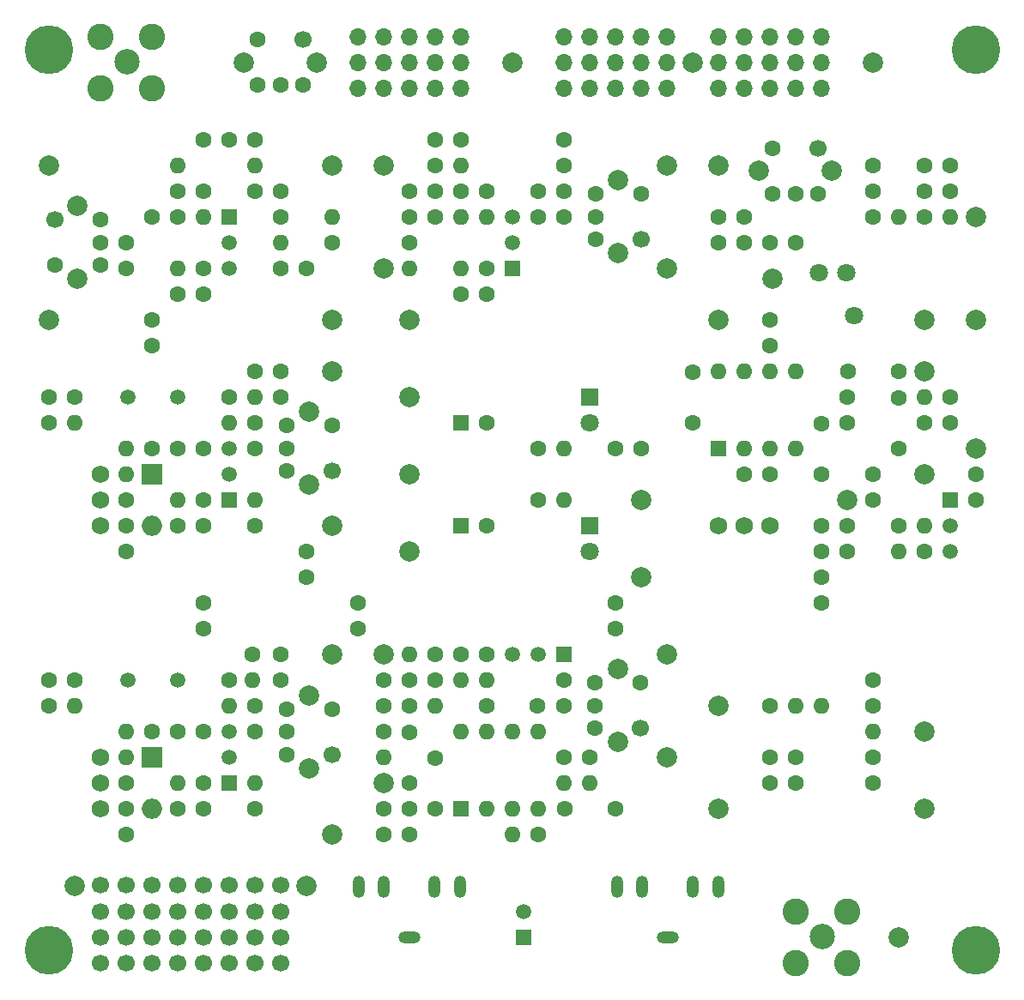
<source format=gbr>
%TF.GenerationSoftware,KiCad,Pcbnew,7.0.2-0*%
%TF.CreationDate,2024-06-16T14:46:38+09:00*%
%TF.ProjectId,am-pcb1,616d2d70-6362-4312-9e6b-696361645f70,rev?*%
%TF.SameCoordinates,Original*%
%TF.FileFunction,Soldermask,Bot*%
%TF.FilePolarity,Negative*%
%FSLAX46Y46*%
G04 Gerber Fmt 4.6, Leading zero omitted, Abs format (unit mm)*
G04 Created by KiCad (PCBNEW 7.0.2-0) date 2024-06-16 14:46:38*
%MOMM*%
%LPD*%
G01*
G04 APERTURE LIST*
%ADD10C,4.800000*%
%ADD11C,1.600000*%
%ADD12O,1.600000X1.600000*%
%ADD13C,2.000000*%
%ADD14R,1.500000X1.500000*%
%ADD15C,1.500000*%
%ADD16C,1.700000*%
%ADD17R,1.600000X1.600000*%
%ADD18R,1.800000X1.800000*%
%ADD19C,1.800000*%
%ADD20O,1.700000X1.700000*%
%ADD21C,2.600000*%
%ADD22C,2.500000*%
%ADD23R,2.000000X2.000000*%
%ADD24O,2.000000X2.000000*%
%ADD25C,1.750000*%
%ADD26O,2.200000X1.200000*%
%ADD27O,1.200000X2.200000*%
G04 APERTURE END LIST*
D10*
%TO.C,Z3*%
X180340000Y-133350000D03*
%TD*%
D11*
%TO.C,R24*%
X193040000Y-91440000D03*
D12*
X193040000Y-88900000D03*
%TD*%
D13*
%TO.C,TP64*%
X213360000Y-104140000D03*
%TD*%
%TO.C,TP8*%
X208280000Y-121920000D03*
%TD*%
D11*
%TO.C,C8*%
X210820000Y-101600000D03*
X210820000Y-99060000D03*
%TD*%
%TO.C,C54*%
X264160000Y-78820000D03*
X264160000Y-83820000D03*
%TD*%
D13*
%TO.C,TP91*%
X208280000Y-71120000D03*
%TD*%
D11*
%TO.C,C75*%
X218440000Y-114380000D03*
X218440000Y-119380000D03*
%TD*%
%TO.C,L71*%
X233680000Y-114300000D03*
D12*
X233680000Y-116840000D03*
%TD*%
D11*
%TO.C,L61*%
X190500000Y-111760000D03*
D12*
X187960000Y-111760000D03*
%TD*%
D11*
%TO.C,R76*%
X228600000Y-121920000D03*
D12*
X226060000Y-121920000D03*
%TD*%
D14*
%TO.C,Q61*%
X198120000Y-116840000D03*
D15*
X198120000Y-114300000D03*
X198120000Y-111760000D03*
%TD*%
D11*
%TO.C,C16*%
X195580000Y-66040000D03*
X195580000Y-68580000D03*
%TD*%
D16*
%TO.C,J85*%
X185420000Y-134620000D03*
X187960000Y-134620000D03*
X190500000Y-134620000D03*
X193040000Y-134620000D03*
X195580000Y-134620000D03*
X198120000Y-134620000D03*
X200660000Y-134620000D03*
X203200000Y-134620000D03*
X185420000Y-132080000D03*
X187960000Y-132080000D03*
X190500000Y-132080000D03*
X193040000Y-132080000D03*
X195580000Y-132080000D03*
X198120000Y-132080000D03*
X200660000Y-132080000D03*
X203200000Y-132080000D03*
X185420000Y-129540000D03*
X187960000Y-129540000D03*
X190540000Y-129540000D03*
X193040000Y-129540000D03*
X195580000Y-129540000D03*
X198120000Y-129540000D03*
X200660000Y-129540000D03*
X203200000Y-129540000D03*
X185420000Y-126960000D03*
X187960000Y-126960000D03*
X190540000Y-126960000D03*
X193040000Y-126960000D03*
X195580000Y-126960000D03*
X198120000Y-126960000D03*
X200660000Y-126960000D03*
X203200000Y-126960000D03*
%TD*%
D17*
%TO.C,U71*%
X220980000Y-119380000D03*
D12*
X223520000Y-119380000D03*
X226060000Y-119380000D03*
X228600000Y-119380000D03*
X228600000Y-111760000D03*
X226060000Y-111760000D03*
X223520000Y-111760000D03*
X220980000Y-111760000D03*
%TD*%
D18*
%TO.C,D82*%
X233680000Y-91440000D03*
D19*
X233680000Y-93980000D03*
%TD*%
D13*
%TO.C,TP86*%
X182880000Y-127000000D03*
%TD*%
D11*
%TO.C,T1*%
X200950000Y-47970000D03*
X203200000Y-47970000D03*
X205450000Y-47970000D03*
D16*
X205450000Y-43470000D03*
D11*
X200950000Y-43470000D03*
D13*
X199600000Y-45720000D03*
X206800000Y-45720000D03*
%TD*%
%TO.C,TP24*%
X215900000Y-71120000D03*
%TD*%
D11*
%TO.C,R33*%
X223520000Y-58420000D03*
D12*
X223520000Y-60960000D03*
%TD*%
D20*
%TO.C,J83*%
X246380000Y-48260000D03*
X248920000Y-48260000D03*
X251460000Y-48260000D03*
X254000000Y-48260000D03*
X256540000Y-48260000D03*
X246380000Y-45720000D03*
X248920000Y-45720000D03*
X251460000Y-45720000D03*
X254000000Y-45720000D03*
X256540000Y-45720000D03*
X246380000Y-43180000D03*
X248920000Y-43180000D03*
X251460000Y-43180000D03*
X254000000Y-43180000D03*
X256540000Y-43180000D03*
%TD*%
D11*
%TO.C,C74*%
X223520000Y-109220000D03*
X228520000Y-109220000D03*
%TD*%
%TO.C,C21*%
X180340000Y-78740000D03*
X180340000Y-81280000D03*
%TD*%
%TO.C,C34*%
X228600000Y-58420000D03*
X228600000Y-60960000D03*
%TD*%
D13*
%TO.C,TP85*%
X226060000Y-45720000D03*
%TD*%
D11*
%TO.C,R12*%
X208280000Y-63500000D03*
D12*
X208280000Y-60960000D03*
%TD*%
D11*
%TO.C,C55*%
X271790000Y-86350000D03*
X271790000Y-88890000D03*
%TD*%
%TO.C,C61*%
X243850000Y-81270000D03*
X243850000Y-76270000D03*
%TD*%
%TO.C,C23*%
X200660000Y-81280000D03*
X200660000Y-83820000D03*
%TD*%
%TO.C,R71*%
X223520000Y-104140000D03*
D12*
X223520000Y-106680000D03*
%TD*%
D11*
%TO.C,R62*%
X215900000Y-106680000D03*
D12*
X215900000Y-104140000D03*
%TD*%
D11*
%TO.C,R11*%
X200660000Y-53340000D03*
D12*
X200660000Y-55880000D03*
%TD*%
D11*
%TO.C,R75*%
X213360000Y-111760000D03*
D12*
X213360000Y-114300000D03*
%TD*%
D13*
%TO.C,TP73*%
X241301000Y-104140000D03*
%TD*%
D10*
%TO.C,Z1*%
X271780000Y-44450000D03*
%TD*%
D11*
%TO.C,C33*%
X231140000Y-58420000D03*
X231140000Y-60960000D03*
%TD*%
%TO.C,R64*%
X193040000Y-119380000D03*
D12*
X193040000Y-116840000D03*
%TD*%
D13*
%TO.C,TP96*%
X213360000Y-66040000D03*
%TD*%
D11*
%TO.C,C66*%
X195580000Y-116840000D03*
X195580000Y-119380000D03*
%TD*%
%TO.C,R68*%
X200660000Y-119380000D03*
D12*
X200660000Y-116840000D03*
%TD*%
D11*
%TO.C,C52*%
X261620000Y-88890000D03*
X261620000Y-86350000D03*
%TD*%
D14*
%TO.C,Q11*%
X198120000Y-60960000D03*
D15*
X198120000Y-63500000D03*
X198120000Y-66040000D03*
%TD*%
D11*
%TO.C,C71*%
X213360000Y-106680000D03*
X213360000Y-109220000D03*
%TD*%
D13*
%TO.C,TP1*%
X215900000Y-78740000D03*
%TD*%
D11*
%TO.C,C44*%
X269240000Y-58420000D03*
X269240000Y-55880000D03*
%TD*%
%TO.C,C60*%
X248930000Y-86350000D03*
X251470000Y-86350000D03*
%TD*%
%TO.C,C22*%
X203200000Y-76200000D03*
X203200000Y-78740000D03*
%TD*%
D14*
%TO.C,U1*%
X227140000Y-132080000D03*
D15*
X227140000Y-129540000D03*
%TD*%
D11*
%TO.C,R21*%
X200660000Y-76200000D03*
D12*
X200660000Y-78740000D03*
%TD*%
D11*
%TO.C,C72*%
X231140000Y-106680000D03*
X231140000Y-109220000D03*
%TD*%
D12*
%TO.C,R53*%
X266700000Y-78740000D03*
D11*
X269240000Y-78740000D03*
%TD*%
%TO.C,C59*%
X259170000Y-76190000D03*
X264170000Y-76190000D03*
%TD*%
%TO.C,*%
X261620000Y-106680000D03*
%TD*%
D21*
%TO.C,J3*%
X254000000Y-129540000D03*
X254000000Y-134620000D03*
X259080000Y-129540000D03*
X259080000Y-134620000D03*
D22*
X256640000Y-132005000D03*
%TD*%
D11*
%TO.C,R22*%
X215900000Y-63500000D03*
D12*
X215900000Y-66040000D03*
%TD*%
D13*
%TO.C,TP87*%
X243840000Y-45720000D03*
%TD*%
D23*
%TO.C,D21*%
X190500000Y-86360000D03*
D24*
X190500000Y-91440000D03*
%TD*%
D13*
%TO.C,TP5*%
X266710000Y-76190000D03*
%TD*%
D15*
%TO.C,X61*%
X188160000Y-106680000D03*
X193040000Y-106680000D03*
%TD*%
D13*
%TO.C,TP6*%
X266700000Y-86360000D03*
%TD*%
%TO.C,TP99*%
X246380000Y-119380000D03*
%TD*%
%TO.C,TP44*%
X271790000Y-83810000D03*
%TD*%
D11*
%TO.C,C82*%
X254000000Y-114300000D03*
X254000000Y-116840000D03*
%TD*%
%TO.C,R52*%
X264170000Y-91430000D03*
D12*
X264170000Y-93970000D03*
%TD*%
D15*
%TO.C,X21*%
X188160000Y-78740000D03*
X193040000Y-78740000D03*
%TD*%
D11*
%TO.C,R74*%
X215900000Y-109220000D03*
D12*
X218440000Y-109220000D03*
%TD*%
D13*
%TO.C,TP23*%
X208280000Y-76200000D03*
%TD*%
D11*
%TO.C,L11*%
X203200000Y-60960000D03*
D12*
X203200000Y-63500000D03*
%TD*%
D11*
%TO.C,T21*%
X203780000Y-81570000D03*
X203780000Y-83820000D03*
X203780000Y-86070000D03*
D16*
X208280000Y-86070000D03*
D11*
X208280000Y-81570000D03*
D13*
X206030000Y-80220000D03*
X206030000Y-87420000D03*
%TD*%
D11*
%TO.C,C41*%
X246380000Y-60960000D03*
X248920000Y-60960000D03*
%TD*%
%TO.C,C64*%
X200660000Y-109220000D03*
X200660000Y-111760000D03*
%TD*%
D13*
%TO.C,TP53*%
X238760000Y-88900000D03*
%TD*%
D11*
%TO.C,C7*%
X195580000Y-101600000D03*
X195580000Y-99060000D03*
%TD*%
%TO.C,C37*%
X223520000Y-66040000D03*
X223520000Y-68580000D03*
%TD*%
%TO.C,C83*%
X261620000Y-114300000D03*
X261620000Y-116840000D03*
%TD*%
D14*
%TO.C,Q21*%
X198120000Y-88900000D03*
D15*
X198120000Y-86360000D03*
X198120000Y-83820000D03*
%TD*%
D19*
%TO.C,U81*%
X256278400Y-66471800D03*
X258978400Y-66471800D03*
X259778400Y-70671800D03*
%TD*%
D13*
%TO.C,TP92*%
X241300000Y-66040000D03*
%TD*%
%TO.C,TP84*%
X266700000Y-71120000D03*
%TD*%
D11*
%TO.C,C2*%
X190500000Y-73660000D03*
X190500000Y-71120000D03*
%TD*%
%TO.C,C9*%
X236220000Y-101600000D03*
X236220000Y-99060000D03*
%TD*%
%TO.C,C65*%
X193040000Y-111760000D03*
X195580000Y-111760000D03*
%TD*%
D13*
%TO.C,TP3*%
X180340000Y-55880000D03*
%TD*%
D11*
%TO.C,R32*%
X220980000Y-58420000D03*
D12*
X220980000Y-60960000D03*
%TD*%
%TO.C,*%
X256540000Y-109220000D03*
%TD*%
D11*
%TO.C,C13*%
X205740000Y-66040000D03*
X203200000Y-66040000D03*
%TD*%
%TO.C,C73*%
X231220000Y-119380000D03*
X236220000Y-119380000D03*
%TD*%
%TO.C,R65*%
X182880000Y-106680000D03*
D12*
X182880000Y-109220000D03*
%TD*%
D11*
%TO.C,R54*%
X266710000Y-93970000D03*
D12*
X266710000Y-91430000D03*
%TD*%
D18*
%TO.C,D81*%
X233680000Y-78740000D03*
D19*
X233680000Y-81280000D03*
%TD*%
D11*
%TO.C,C36*%
X215900000Y-60960000D03*
X218440000Y-60960000D03*
%TD*%
%TO.C,R14*%
X193040000Y-68580000D03*
D12*
X193040000Y-66040000D03*
%TD*%
D11*
%TO.C,R27*%
X187960000Y-88900000D03*
D12*
X187960000Y-86360000D03*
%TD*%
D25*
%TO.C,R55*%
X251470000Y-91430000D03*
X248930000Y-91430000D03*
X246390000Y-91430000D03*
%TD*%
D13*
%TO.C,TP54*%
X259080000Y-88900000D03*
%TD*%
D14*
%TO.C,Q31*%
X226060000Y-66040000D03*
D15*
X226060000Y-63500000D03*
X226060000Y-60960000D03*
%TD*%
D13*
%TO.C,TP83*%
X251735000Y-67085000D03*
%TD*%
D21*
%TO.C,J4*%
X185420000Y-43180000D03*
X185420000Y-48260000D03*
X190500000Y-43180000D03*
X190500000Y-48260000D03*
D22*
X188060000Y-45645000D03*
%TD*%
D11*
%TO.C,C76*%
X213360000Y-119380000D03*
X215900000Y-119380000D03*
%TD*%
D13*
%TO.C,TP11*%
X215900000Y-93980000D03*
%TD*%
D11*
%TO.C,R13*%
X193040000Y-58420000D03*
D12*
X193040000Y-55880000D03*
%TD*%
D17*
%TO.C,C1*%
X220980000Y-81280000D03*
D11*
X223520000Y-81280000D03*
%TD*%
%TO.C,R34*%
X220980000Y-68580000D03*
D12*
X220980000Y-66040000D03*
%TD*%
D11*
%TO.C,C84*%
X236220000Y-83820000D03*
X238760000Y-83820000D03*
%TD*%
%TO.C,C43*%
X266700000Y-58420000D03*
X266700000Y-55880000D03*
%TD*%
%TO.C,C12*%
X200660000Y-58420000D03*
X203200000Y-58420000D03*
%TD*%
D23*
%TO.C,D61*%
X190500000Y-114300000D03*
D24*
X190500000Y-119380000D03*
%TD*%
D14*
%TO.C,IC51*%
X269250000Y-88890000D03*
D15*
X269250000Y-91430000D03*
X269250000Y-93970000D03*
%TD*%
D11*
%TO.C,C51*%
X269240000Y-81280000D03*
X266700000Y-81280000D03*
%TD*%
%TO.C,R81*%
X228600000Y-83820000D03*
D12*
X231140000Y-83820000D03*
%TD*%
D11*
%TO.C,R73*%
X231140000Y-114300000D03*
D12*
X231140000Y-116840000D03*
%TD*%
D11*
%TO.C,L21*%
X190500000Y-83820000D03*
D12*
X187960000Y-83820000D03*
%TD*%
D11*
%TO.C,C4*%
X205740000Y-96520000D03*
X205740000Y-93980000D03*
%TD*%
%TO.C,C3*%
X256550000Y-96510000D03*
X256550000Y-99050000D03*
%TD*%
D13*
%TO.C,TP63*%
X208280000Y-104140000D03*
%TD*%
D11*
%TO.C,R61*%
X200460000Y-104140000D03*
D12*
X200460000Y-106680000D03*
%TD*%
D20*
%TO.C,J82*%
X210820000Y-48260000D03*
X213360000Y-48260000D03*
X215900000Y-48260000D03*
X218440000Y-48260000D03*
X220980000Y-48260000D03*
X210820000Y-45720000D03*
X213360000Y-45720000D03*
X215900000Y-45720000D03*
X218440000Y-45720000D03*
X220980000Y-45720000D03*
X210820000Y-43180000D03*
X213360000Y-43180000D03*
X215900000Y-43180000D03*
X218440000Y-43180000D03*
X220980000Y-43180000D03*
%TD*%
D13*
%TO.C,TP7*%
X213360000Y-116840000D03*
%TD*%
D17*
%TO.C,C6*%
X220980000Y-91440000D03*
D11*
X223520000Y-91440000D03*
%TD*%
%TO.C,R82*%
X228600000Y-88900000D03*
D12*
X231140000Y-88900000D03*
%TD*%
D11*
%TO.C,L42*%
X266700000Y-60960000D03*
D12*
X269240000Y-60960000D03*
%TD*%
D13*
%TO.C,TP95*%
X241300000Y-114300000D03*
%TD*%
D11*
%TO.C,R72*%
X220980000Y-104140000D03*
D12*
X220980000Y-106680000D03*
%TD*%
D11*
%TO.C,C15*%
X187960000Y-63500000D03*
X187960000Y-66040000D03*
%TD*%
D13*
%TO.C,TP97*%
X271780000Y-71120000D03*
%TD*%
%TO.C,TP13*%
X208280000Y-55881000D03*
%TD*%
D11*
%TO.C,R63*%
X198120000Y-106680000D03*
D12*
X198120000Y-109220000D03*
%TD*%
D11*
%TO.C,T71*%
X234224000Y-111470000D03*
X234224000Y-109220000D03*
X234224000Y-106970000D03*
X238724000Y-106970000D03*
D16*
X238724000Y-111470000D03*
D13*
X236474000Y-105620000D03*
X236474000Y-112820000D03*
%TD*%
D11*
%TO.C,C67*%
X187960000Y-119380000D03*
X187960000Y-121920000D03*
%TD*%
%TO.C,T41*%
X251750000Y-58684600D03*
X254000000Y-58684600D03*
X256250000Y-58684600D03*
D16*
X256250000Y-54184600D03*
D11*
X251750000Y-54184600D03*
D13*
X250400000Y-56434600D03*
X257600000Y-56434600D03*
%TD*%
D11*
%TO.C,C58*%
X256540000Y-91440000D03*
X259080000Y-91440000D03*
%TD*%
%TO.C,C35*%
X215900000Y-58420000D03*
X218440000Y-58420000D03*
%TD*%
%TO.C,L41*%
X261620000Y-60960000D03*
D12*
X264160000Y-60960000D03*
%TD*%
D11*
%TO.C,C63*%
X203200000Y-104140000D03*
X203200000Y-106680000D03*
%TD*%
%TO.C,C32*%
X218440000Y-53340000D03*
X218440000Y-55880000D03*
%TD*%
D13*
%TO.C,TP33*%
X241300000Y-55880000D03*
%TD*%
D11*
%TO.C,C78*%
X215900000Y-116840000D03*
X215900000Y-111840000D03*
%TD*%
%TO.C,C81*%
X251460000Y-114300000D03*
X251460000Y-116840000D03*
%TD*%
%TO.C,T61*%
X203780000Y-109535400D03*
X203780000Y-111785400D03*
X203780000Y-114035400D03*
D16*
X208280000Y-114035400D03*
D11*
X208280000Y-109535400D03*
D13*
X206030000Y-108185400D03*
X206030000Y-115385400D03*
%TD*%
%TO.C,TP10*%
X266700000Y-119380000D03*
%TD*%
D11*
%TO.C,C14*%
X190500000Y-60960000D03*
X193040000Y-60960000D03*
%TD*%
D13*
%TO.C,TP82*%
X205740000Y-127000000D03*
%TD*%
D11*
%TO.C,R15*%
X195580000Y-58420000D03*
D12*
X195580000Y-60960000D03*
%TD*%
D11*
%TO.C,C5*%
X251460000Y-73660000D03*
X251460000Y-71120000D03*
%TD*%
%TO.C,R23*%
X198120000Y-78740000D03*
D12*
X198120000Y-81280000D03*
%TD*%
D13*
%TO.C,TP98*%
X238820000Y-96520000D03*
%TD*%
D11*
%TO.C,R25*%
X182880000Y-78740000D03*
D12*
X182880000Y-81280000D03*
%TD*%
D26*
%TO.C,J1*%
X215900000Y-132080000D03*
D27*
X210900000Y-127080000D03*
X213400000Y-127080000D03*
X220900000Y-127080000D03*
X218400000Y-127080000D03*
%TD*%
D11*
%TO.C,C46*%
X248920000Y-63500000D03*
X246380000Y-63500000D03*
%TD*%
%TO.C,C42*%
X261620000Y-58420000D03*
X261620000Y-55880000D03*
%TD*%
D10*
%TO.C,Z4*%
X180340000Y-44450000D03*
%TD*%
D13*
%TO.C,TP88*%
X264160000Y-132080000D03*
%TD*%
D11*
%TO.C,C56*%
X259090000Y-93970000D03*
X256550000Y-93970000D03*
%TD*%
%TO.C,C53*%
X259080000Y-78740000D03*
X259080000Y-81280000D03*
%TD*%
D13*
%TO.C,TP4*%
X180340000Y-71120000D03*
%TD*%
D11*
%TO.C,C31*%
X231140000Y-55880000D03*
X231140000Y-53340000D03*
%TD*%
%TO.C,C11*%
X198120000Y-53340000D03*
X195580000Y-53340000D03*
%TD*%
D13*
%TO.C,TP14*%
X213360000Y-55880000D03*
%TD*%
D11*
%TO.C,C24*%
X193040000Y-83820000D03*
X195580000Y-83820000D03*
%TD*%
%TO.C,R28*%
X200660000Y-91440000D03*
D12*
X200660000Y-88900000D03*
%TD*%
D13*
%TO.C,TP34*%
X246380000Y-55880000D03*
%TD*%
D20*
%TO.C,J81*%
X231140000Y-48260000D03*
X233680000Y-48260000D03*
X236220000Y-48260000D03*
X238760000Y-48260000D03*
X241300000Y-48260000D03*
X231140000Y-45720000D03*
X233680000Y-45720000D03*
X236220000Y-45720000D03*
X238760000Y-45720000D03*
X241300000Y-45720000D03*
X231140000Y-43180000D03*
X233680000Y-43180000D03*
X236220000Y-43180000D03*
X238760000Y-43180000D03*
X241300000Y-43180000D03*
%TD*%
D25*
%TO.C,R26*%
X185420000Y-86360000D03*
X185420000Y-88900000D03*
X185420000Y-91440000D03*
%TD*%
D11*
%TO.C,C57*%
X256540000Y-81350000D03*
X256540000Y-86350000D03*
%TD*%
%TO.C,L81*%
X251460000Y-109220000D03*
D12*
X254000000Y-109220000D03*
%TD*%
D13*
%TO.C,TP93*%
X208280000Y-91440000D03*
%TD*%
D17*
%TO.C,U51*%
X246390000Y-83810000D03*
D12*
X248930000Y-83810000D03*
X251470000Y-83810000D03*
X254010000Y-83810000D03*
X254010000Y-76190000D03*
X251470000Y-76190000D03*
X248930000Y-76190000D03*
X246390000Y-76190000D03*
%TD*%
D13*
%TO.C,TP9*%
X266700000Y-111760000D03*
%TD*%
D25*
%TO.C,R66*%
X185420000Y-114300000D03*
X185420000Y-116840000D03*
X185420000Y-119380000D03*
%TD*%
D11*
%TO.C,L82*%
X261620000Y-109220000D03*
D12*
X261620000Y-111760000D03*
%TD*%
D11*
%TO.C,C77*%
X215900000Y-121920000D03*
X213360000Y-121920000D03*
%TD*%
D26*
%TO.C,J2*%
X241380000Y-132080000D03*
D27*
X236380000Y-127080000D03*
X238880000Y-127080000D03*
X246380000Y-127080000D03*
X243880000Y-127080000D03*
%TD*%
D11*
%TO.C,R31*%
X220980000Y-53340000D03*
D12*
X220980000Y-55880000D03*
%TD*%
D13*
%TO.C,TP74*%
X246380000Y-109220000D03*
%TD*%
%TO.C,TP94*%
X246380000Y-71120000D03*
%TD*%
D10*
%TO.C,Z2*%
X271780000Y-133350000D03*
%TD*%
D13*
%TO.C,TP81*%
X261620000Y-45720000D03*
%TD*%
D11*
%TO.C,C26*%
X187960000Y-91440000D03*
X187960000Y-93980000D03*
%TD*%
D13*
%TO.C,TP2*%
X215959000Y-86360000D03*
%TD*%
D11*
%TO.C,C62*%
X180340000Y-106680000D03*
X180340000Y-109220000D03*
%TD*%
%TO.C,C25*%
X195580000Y-88900000D03*
X195580000Y-91440000D03*
%TD*%
D13*
%TO.C,TP43*%
X271780000Y-60960000D03*
%TD*%
D11*
%TO.C,C45*%
X251460000Y-63500000D03*
X254000000Y-63500000D03*
%TD*%
%TO.C,R67*%
X187960000Y-116840000D03*
D12*
X187960000Y-114300000D03*
%TD*%
D14*
%TO.C,Q71*%
X231140000Y-104140000D03*
D15*
X228600000Y-104140000D03*
X226060000Y-104140000D03*
%TD*%
D11*
%TO.C,C80*%
X218440000Y-104140000D03*
X218440000Y-106680000D03*
%TD*%
%TO.C,T12*%
X185420000Y-61250000D03*
X185420000Y-63500000D03*
X185420000Y-65750000D03*
X180920000Y-65750000D03*
D16*
X180920000Y-61250000D03*
D13*
X183170000Y-67100000D03*
X183170000Y-59900000D03*
%TD*%
D11*
%TO.C,T31*%
X234260000Y-58710000D03*
X234260000Y-60960000D03*
X234260000Y-63210000D03*
D16*
X238760000Y-63210000D03*
D11*
X238760000Y-58710000D03*
D13*
X236510000Y-57360000D03*
X236510000Y-64560000D03*
%TD*%
M02*

</source>
